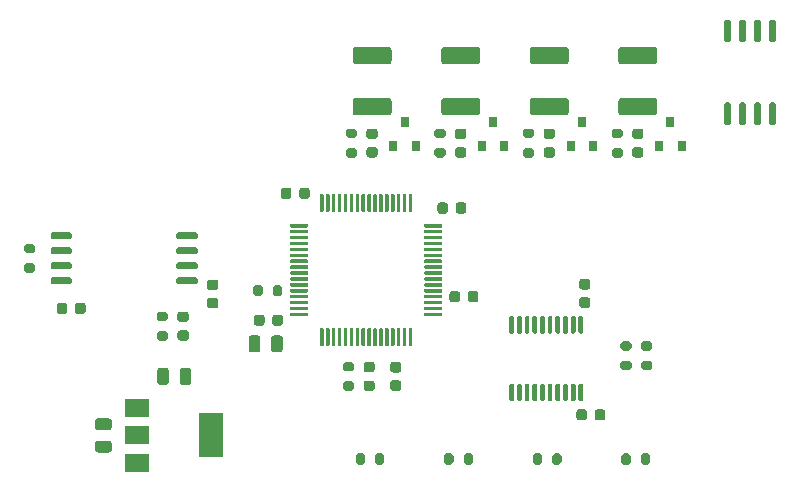
<source format=gbr>
%TF.GenerationSoftware,KiCad,Pcbnew,5.1.10*%
%TF.CreationDate,2021-06-13T22:55:49-04:00*%
%TF.ProjectId,led-controller,6c65642d-636f-46e7-9472-6f6c6c65722e,v1.0*%
%TF.SameCoordinates,Original*%
%TF.FileFunction,Paste,Top*%
%TF.FilePolarity,Positive*%
%FSLAX46Y46*%
G04 Gerber Fmt 4.6, Leading zero omitted, Abs format (unit mm)*
G04 Created by KiCad (PCBNEW 5.1.10) date 2021-06-13 22:55:49*
%MOMM*%
%LPD*%
G01*
G04 APERTURE LIST*
%ADD10R,2.000000X3.800000*%
%ADD11R,2.000000X1.500000*%
%ADD12R,0.800000X0.900000*%
G04 APERTURE END LIST*
D10*
%TO.C,U2*%
X128400000Y-95000000D03*
D11*
X122100000Y-95000000D03*
X122100000Y-97300000D03*
X122100000Y-92700000D03*
%TD*%
%TO.C,C1*%
G36*
G01*
X134450000Y-86775000D02*
X134450000Y-87725000D01*
G75*
G02*
X134200000Y-87975000I-250000J0D01*
G01*
X133700000Y-87975000D01*
G75*
G02*
X133450000Y-87725000I0J250000D01*
G01*
X133450000Y-86775000D01*
G75*
G02*
X133700000Y-86525000I250000J0D01*
G01*
X134200000Y-86525000D01*
G75*
G02*
X134450000Y-86775000I0J-250000D01*
G01*
G37*
G36*
G01*
X132550000Y-86775000D02*
X132550000Y-87725000D01*
G75*
G02*
X132300000Y-87975000I-250000J0D01*
G01*
X131800000Y-87975000D01*
G75*
G02*
X131550000Y-87725000I0J250000D01*
G01*
X131550000Y-86775000D01*
G75*
G02*
X131800000Y-86525000I250000J0D01*
G01*
X132300000Y-86525000D01*
G75*
G02*
X132550000Y-86775000I0J-250000D01*
G01*
G37*
%TD*%
%TO.C,C2*%
G36*
G01*
X143750000Y-88775000D02*
X144250000Y-88775000D01*
G75*
G02*
X144475000Y-89000000I0J-225000D01*
G01*
X144475000Y-89450000D01*
G75*
G02*
X144250000Y-89675000I-225000J0D01*
G01*
X143750000Y-89675000D01*
G75*
G02*
X143525000Y-89450000I0J225000D01*
G01*
X143525000Y-89000000D01*
G75*
G02*
X143750000Y-88775000I225000J0D01*
G01*
G37*
G36*
G01*
X143750000Y-90325000D02*
X144250000Y-90325000D01*
G75*
G02*
X144475000Y-90550000I0J-225000D01*
G01*
X144475000Y-91000000D01*
G75*
G02*
X144250000Y-91225000I-225000J0D01*
G01*
X143750000Y-91225000D01*
G75*
G02*
X143525000Y-91000000I0J225000D01*
G01*
X143525000Y-90550000D01*
G75*
G02*
X143750000Y-90325000I225000J0D01*
G01*
G37*
%TD*%
%TO.C,C3*%
G36*
G01*
X150100000Y-83500000D02*
X150100000Y-83000000D01*
G75*
G02*
X150325000Y-82775000I225000J0D01*
G01*
X150775000Y-82775000D01*
G75*
G02*
X151000000Y-83000000I0J-225000D01*
G01*
X151000000Y-83500000D01*
G75*
G02*
X150775000Y-83725000I-225000J0D01*
G01*
X150325000Y-83725000D01*
G75*
G02*
X150100000Y-83500000I0J225000D01*
G01*
G37*
G36*
G01*
X148550000Y-83500000D02*
X148550000Y-83000000D01*
G75*
G02*
X148775000Y-82775000I225000J0D01*
G01*
X149225000Y-82775000D01*
G75*
G02*
X149450000Y-83000000I0J-225000D01*
G01*
X149450000Y-83500000D01*
G75*
G02*
X149225000Y-83725000I-225000J0D01*
G01*
X148775000Y-83725000D01*
G75*
G02*
X148550000Y-83500000I0J225000D01*
G01*
G37*
%TD*%
%TO.C,C4*%
G36*
G01*
X118775000Y-95450000D02*
X119725000Y-95450000D01*
G75*
G02*
X119975000Y-95700000I0J-250000D01*
G01*
X119975000Y-96200000D01*
G75*
G02*
X119725000Y-96450000I-250000J0D01*
G01*
X118775000Y-96450000D01*
G75*
G02*
X118525000Y-96200000I0J250000D01*
G01*
X118525000Y-95700000D01*
G75*
G02*
X118775000Y-95450000I250000J0D01*
G01*
G37*
G36*
G01*
X118775000Y-93550000D02*
X119725000Y-93550000D01*
G75*
G02*
X119975000Y-93800000I0J-250000D01*
G01*
X119975000Y-94300000D01*
G75*
G02*
X119725000Y-94550000I-250000J0D01*
G01*
X118775000Y-94550000D01*
G75*
G02*
X118525000Y-94300000I0J250000D01*
G01*
X118525000Y-93800000D01*
G75*
G02*
X118775000Y-93550000I250000J0D01*
G01*
G37*
%TD*%
%TO.C,C5*%
G36*
G01*
X147525000Y-76000000D02*
X147525000Y-75500000D01*
G75*
G02*
X147750000Y-75275000I225000J0D01*
G01*
X148200000Y-75275000D01*
G75*
G02*
X148425000Y-75500000I0J-225000D01*
G01*
X148425000Y-76000000D01*
G75*
G02*
X148200000Y-76225000I-225000J0D01*
G01*
X147750000Y-76225000D01*
G75*
G02*
X147525000Y-76000000I0J225000D01*
G01*
G37*
G36*
G01*
X149075000Y-76000000D02*
X149075000Y-75500000D01*
G75*
G02*
X149300000Y-75275000I225000J0D01*
G01*
X149750000Y-75275000D01*
G75*
G02*
X149975000Y-75500000I0J-225000D01*
G01*
X149975000Y-76000000D01*
G75*
G02*
X149750000Y-76225000I-225000J0D01*
G01*
X149300000Y-76225000D01*
G75*
G02*
X149075000Y-76000000I0J225000D01*
G01*
G37*
%TD*%
%TO.C,C6*%
G36*
G01*
X135175000Y-74250000D02*
X135175000Y-74750000D01*
G75*
G02*
X134950000Y-74975000I-225000J0D01*
G01*
X134500000Y-74975000D01*
G75*
G02*
X134275000Y-74750000I0J225000D01*
G01*
X134275000Y-74250000D01*
G75*
G02*
X134500000Y-74025000I225000J0D01*
G01*
X134950000Y-74025000D01*
G75*
G02*
X135175000Y-74250000I0J-225000D01*
G01*
G37*
G36*
G01*
X136725000Y-74250000D02*
X136725000Y-74750000D01*
G75*
G02*
X136500000Y-74975000I-225000J0D01*
G01*
X136050000Y-74975000D01*
G75*
G02*
X135825000Y-74750000I0J225000D01*
G01*
X135825000Y-74250000D01*
G75*
G02*
X136050000Y-74025000I225000J0D01*
G01*
X136500000Y-74025000D01*
G75*
G02*
X136725000Y-74250000I0J-225000D01*
G01*
G37*
%TD*%
%TO.C,C7*%
G36*
G01*
X126700000Y-89525000D02*
X126700000Y-90475000D01*
G75*
G02*
X126450000Y-90725000I-250000J0D01*
G01*
X125950000Y-90725000D01*
G75*
G02*
X125700000Y-90475000I0J250000D01*
G01*
X125700000Y-89525000D01*
G75*
G02*
X125950000Y-89275000I250000J0D01*
G01*
X126450000Y-89275000D01*
G75*
G02*
X126700000Y-89525000I0J-250000D01*
G01*
G37*
G36*
G01*
X124800000Y-89525000D02*
X124800000Y-90475000D01*
G75*
G02*
X124550000Y-90725000I-250000J0D01*
G01*
X124050000Y-90725000D01*
G75*
G02*
X123800000Y-90475000I0J250000D01*
G01*
X123800000Y-89525000D01*
G75*
G02*
X124050000Y-89275000I250000J0D01*
G01*
X124550000Y-89275000D01*
G75*
G02*
X124800000Y-89525000I0J-250000D01*
G01*
G37*
%TD*%
%TO.C,C8*%
G36*
G01*
X134450000Y-85000000D02*
X134450000Y-85500000D01*
G75*
G02*
X134225000Y-85725000I-225000J0D01*
G01*
X133775000Y-85725000D01*
G75*
G02*
X133550000Y-85500000I0J225000D01*
G01*
X133550000Y-85000000D01*
G75*
G02*
X133775000Y-84775000I225000J0D01*
G01*
X134225000Y-84775000D01*
G75*
G02*
X134450000Y-85000000I0J-225000D01*
G01*
G37*
G36*
G01*
X132900000Y-85000000D02*
X132900000Y-85500000D01*
G75*
G02*
X132675000Y-85725000I-225000J0D01*
G01*
X132225000Y-85725000D01*
G75*
G02*
X132000000Y-85500000I0J225000D01*
G01*
X132000000Y-85000000D01*
G75*
G02*
X132225000Y-84775000I225000J0D01*
G01*
X132675000Y-84775000D01*
G75*
G02*
X132900000Y-85000000I0J-225000D01*
G01*
G37*
%TD*%
%TO.C,C9*%
G36*
G01*
X160250000Y-84200000D02*
X159750000Y-84200000D01*
G75*
G02*
X159525000Y-83975000I0J225000D01*
G01*
X159525000Y-83525000D01*
G75*
G02*
X159750000Y-83300000I225000J0D01*
G01*
X160250000Y-83300000D01*
G75*
G02*
X160475000Y-83525000I0J-225000D01*
G01*
X160475000Y-83975000D01*
G75*
G02*
X160250000Y-84200000I-225000J0D01*
G01*
G37*
G36*
G01*
X160250000Y-82650000D02*
X159750000Y-82650000D01*
G75*
G02*
X159525000Y-82425000I0J225000D01*
G01*
X159525000Y-81975000D01*
G75*
G02*
X159750000Y-81750000I225000J0D01*
G01*
X160250000Y-81750000D01*
G75*
G02*
X160475000Y-81975000I0J-225000D01*
G01*
X160475000Y-82425000D01*
G75*
G02*
X160250000Y-82650000I-225000J0D01*
G01*
G37*
%TD*%
%TO.C,C10*%
G36*
G01*
X160850000Y-93500000D02*
X160850000Y-93000000D01*
G75*
G02*
X161075000Y-92775000I225000J0D01*
G01*
X161525000Y-92775000D01*
G75*
G02*
X161750000Y-93000000I0J-225000D01*
G01*
X161750000Y-93500000D01*
G75*
G02*
X161525000Y-93725000I-225000J0D01*
G01*
X161075000Y-93725000D01*
G75*
G02*
X160850000Y-93500000I0J225000D01*
G01*
G37*
G36*
G01*
X159300000Y-93500000D02*
X159300000Y-93000000D01*
G75*
G02*
X159525000Y-92775000I225000J0D01*
G01*
X159975000Y-92775000D01*
G75*
G02*
X160200000Y-93000000I0J-225000D01*
G01*
X160200000Y-93500000D01*
G75*
G02*
X159975000Y-93725000I-225000J0D01*
G01*
X159525000Y-93725000D01*
G75*
G02*
X159300000Y-93500000I0J225000D01*
G01*
G37*
%TD*%
%TO.C,C11*%
G36*
G01*
X128250000Y-83350000D02*
X128750000Y-83350000D01*
G75*
G02*
X128975000Y-83575000I0J-225000D01*
G01*
X128975000Y-84025000D01*
G75*
G02*
X128750000Y-84250000I-225000J0D01*
G01*
X128250000Y-84250000D01*
G75*
G02*
X128025000Y-84025000I0J225000D01*
G01*
X128025000Y-83575000D01*
G75*
G02*
X128250000Y-83350000I225000J0D01*
G01*
G37*
G36*
G01*
X128250000Y-81800000D02*
X128750000Y-81800000D01*
G75*
G02*
X128975000Y-82025000I0J-225000D01*
G01*
X128975000Y-82475000D01*
G75*
G02*
X128750000Y-82700000I-225000J0D01*
G01*
X128250000Y-82700000D01*
G75*
G02*
X128025000Y-82475000I0J225000D01*
G01*
X128025000Y-82025000D01*
G75*
G02*
X128250000Y-81800000I225000J0D01*
G01*
G37*
%TD*%
%TO.C,C12*%
G36*
G01*
X115300000Y-84500000D02*
X115300000Y-84000000D01*
G75*
G02*
X115525000Y-83775000I225000J0D01*
G01*
X115975000Y-83775000D01*
G75*
G02*
X116200000Y-84000000I0J-225000D01*
G01*
X116200000Y-84500000D01*
G75*
G02*
X115975000Y-84725000I-225000J0D01*
G01*
X115525000Y-84725000D01*
G75*
G02*
X115300000Y-84500000I0J225000D01*
G01*
G37*
G36*
G01*
X116850000Y-84500000D02*
X116850000Y-84000000D01*
G75*
G02*
X117075000Y-83775000I225000J0D01*
G01*
X117525000Y-83775000D01*
G75*
G02*
X117750000Y-84000000I0J-225000D01*
G01*
X117750000Y-84500000D01*
G75*
G02*
X117525000Y-84725000I-225000J0D01*
G01*
X117075000Y-84725000D01*
G75*
G02*
X116850000Y-84500000I0J225000D01*
G01*
G37*
%TD*%
%TO.C,D1*%
G36*
G01*
X142006250Y-89650000D02*
X141493750Y-89650000D01*
G75*
G02*
X141275000Y-89431250I0J218750D01*
G01*
X141275000Y-88993750D01*
G75*
G02*
X141493750Y-88775000I218750J0D01*
G01*
X142006250Y-88775000D01*
G75*
G02*
X142225000Y-88993750I0J-218750D01*
G01*
X142225000Y-89431250D01*
G75*
G02*
X142006250Y-89650000I-218750J0D01*
G01*
G37*
G36*
G01*
X142006250Y-91225000D02*
X141493750Y-91225000D01*
G75*
G02*
X141275000Y-91006250I0J218750D01*
G01*
X141275000Y-90568750D01*
G75*
G02*
X141493750Y-90350000I218750J0D01*
G01*
X142006250Y-90350000D01*
G75*
G02*
X142225000Y-90568750I0J-218750D01*
G01*
X142225000Y-91006250D01*
G75*
G02*
X142006250Y-91225000I-218750J0D01*
G01*
G37*
%TD*%
%TO.C,D2*%
G36*
G01*
X125743750Y-86100000D02*
X126256250Y-86100000D01*
G75*
G02*
X126475000Y-86318750I0J-218750D01*
G01*
X126475000Y-86756250D01*
G75*
G02*
X126256250Y-86975000I-218750J0D01*
G01*
X125743750Y-86975000D01*
G75*
G02*
X125525000Y-86756250I0J218750D01*
G01*
X125525000Y-86318750D01*
G75*
G02*
X125743750Y-86100000I218750J0D01*
G01*
G37*
G36*
G01*
X125743750Y-84525000D02*
X126256250Y-84525000D01*
G75*
G02*
X126475000Y-84743750I0J-218750D01*
G01*
X126475000Y-85181250D01*
G75*
G02*
X126256250Y-85400000I-218750J0D01*
G01*
X125743750Y-85400000D01*
G75*
G02*
X125525000Y-85181250I0J218750D01*
G01*
X125525000Y-84743750D01*
G75*
G02*
X125743750Y-84525000I218750J0D01*
G01*
G37*
%TD*%
%TO.C,D3*%
G36*
G01*
X175755000Y-59800000D02*
X176055000Y-59800000D01*
G75*
G02*
X176205000Y-59950000I0J-150000D01*
G01*
X176205000Y-61550000D01*
G75*
G02*
X176055000Y-61700000I-150000J0D01*
G01*
X175755000Y-61700000D01*
G75*
G02*
X175605000Y-61550000I0J150000D01*
G01*
X175605000Y-59950000D01*
G75*
G02*
X175755000Y-59800000I150000J0D01*
G01*
G37*
G36*
G01*
X174485000Y-59800000D02*
X174785000Y-59800000D01*
G75*
G02*
X174935000Y-59950000I0J-150000D01*
G01*
X174935000Y-61550000D01*
G75*
G02*
X174785000Y-61700000I-150000J0D01*
G01*
X174485000Y-61700000D01*
G75*
G02*
X174335000Y-61550000I0J150000D01*
G01*
X174335000Y-59950000D01*
G75*
G02*
X174485000Y-59800000I150000J0D01*
G01*
G37*
G36*
G01*
X173215000Y-59800000D02*
X173515000Y-59800000D01*
G75*
G02*
X173665000Y-59950000I0J-150000D01*
G01*
X173665000Y-61550000D01*
G75*
G02*
X173515000Y-61700000I-150000J0D01*
G01*
X173215000Y-61700000D01*
G75*
G02*
X173065000Y-61550000I0J150000D01*
G01*
X173065000Y-59950000D01*
G75*
G02*
X173215000Y-59800000I150000J0D01*
G01*
G37*
G36*
G01*
X171945000Y-59800000D02*
X172245000Y-59800000D01*
G75*
G02*
X172395000Y-59950000I0J-150000D01*
G01*
X172395000Y-61550000D01*
G75*
G02*
X172245000Y-61700000I-150000J0D01*
G01*
X171945000Y-61700000D01*
G75*
G02*
X171795000Y-61550000I0J150000D01*
G01*
X171795000Y-59950000D01*
G75*
G02*
X171945000Y-59800000I150000J0D01*
G01*
G37*
G36*
G01*
X171945000Y-66800000D02*
X172245000Y-66800000D01*
G75*
G02*
X172395000Y-66950000I0J-150000D01*
G01*
X172395000Y-68550000D01*
G75*
G02*
X172245000Y-68700000I-150000J0D01*
G01*
X171945000Y-68700000D01*
G75*
G02*
X171795000Y-68550000I0J150000D01*
G01*
X171795000Y-66950000D01*
G75*
G02*
X171945000Y-66800000I150000J0D01*
G01*
G37*
G36*
G01*
X173215000Y-66800000D02*
X173515000Y-66800000D01*
G75*
G02*
X173665000Y-66950000I0J-150000D01*
G01*
X173665000Y-68550000D01*
G75*
G02*
X173515000Y-68700000I-150000J0D01*
G01*
X173215000Y-68700000D01*
G75*
G02*
X173065000Y-68550000I0J150000D01*
G01*
X173065000Y-66950000D01*
G75*
G02*
X173215000Y-66800000I150000J0D01*
G01*
G37*
G36*
G01*
X174485000Y-66800000D02*
X174785000Y-66800000D01*
G75*
G02*
X174935000Y-66950000I0J-150000D01*
G01*
X174935000Y-68550000D01*
G75*
G02*
X174785000Y-68700000I-150000J0D01*
G01*
X174485000Y-68700000D01*
G75*
G02*
X174335000Y-68550000I0J150000D01*
G01*
X174335000Y-66950000D01*
G75*
G02*
X174485000Y-66800000I150000J0D01*
G01*
G37*
G36*
G01*
X175755000Y-66800000D02*
X176055000Y-66800000D01*
G75*
G02*
X176205000Y-66950000I0J-150000D01*
G01*
X176205000Y-68550000D01*
G75*
G02*
X176055000Y-68700000I-150000J0D01*
G01*
X175755000Y-68700000D01*
G75*
G02*
X175605000Y-68550000I0J150000D01*
G01*
X175605000Y-66950000D01*
G75*
G02*
X175755000Y-66800000I150000J0D01*
G01*
G37*
%TD*%
%TO.C,D4*%
G36*
G01*
X164243750Y-70600000D02*
X164756250Y-70600000D01*
G75*
G02*
X164975000Y-70818750I0J-218750D01*
G01*
X164975000Y-71256250D01*
G75*
G02*
X164756250Y-71475000I-218750J0D01*
G01*
X164243750Y-71475000D01*
G75*
G02*
X164025000Y-71256250I0J218750D01*
G01*
X164025000Y-70818750D01*
G75*
G02*
X164243750Y-70600000I218750J0D01*
G01*
G37*
G36*
G01*
X164243750Y-69025000D02*
X164756250Y-69025000D01*
G75*
G02*
X164975000Y-69243750I0J-218750D01*
G01*
X164975000Y-69681250D01*
G75*
G02*
X164756250Y-69900000I-218750J0D01*
G01*
X164243750Y-69900000D01*
G75*
G02*
X164025000Y-69681250I0J218750D01*
G01*
X164025000Y-69243750D01*
G75*
G02*
X164243750Y-69025000I218750J0D01*
G01*
G37*
%TD*%
%TO.C,D5*%
G36*
G01*
X156743750Y-69025000D02*
X157256250Y-69025000D01*
G75*
G02*
X157475000Y-69243750I0J-218750D01*
G01*
X157475000Y-69681250D01*
G75*
G02*
X157256250Y-69900000I-218750J0D01*
G01*
X156743750Y-69900000D01*
G75*
G02*
X156525000Y-69681250I0J218750D01*
G01*
X156525000Y-69243750D01*
G75*
G02*
X156743750Y-69025000I218750J0D01*
G01*
G37*
G36*
G01*
X156743750Y-70600000D02*
X157256250Y-70600000D01*
G75*
G02*
X157475000Y-70818750I0J-218750D01*
G01*
X157475000Y-71256250D01*
G75*
G02*
X157256250Y-71475000I-218750J0D01*
G01*
X156743750Y-71475000D01*
G75*
G02*
X156525000Y-71256250I0J218750D01*
G01*
X156525000Y-70818750D01*
G75*
G02*
X156743750Y-70600000I218750J0D01*
G01*
G37*
%TD*%
%TO.C,D6*%
G36*
G01*
X149243750Y-69025000D02*
X149756250Y-69025000D01*
G75*
G02*
X149975000Y-69243750I0J-218750D01*
G01*
X149975000Y-69681250D01*
G75*
G02*
X149756250Y-69900000I-218750J0D01*
G01*
X149243750Y-69900000D01*
G75*
G02*
X149025000Y-69681250I0J218750D01*
G01*
X149025000Y-69243750D01*
G75*
G02*
X149243750Y-69025000I218750J0D01*
G01*
G37*
G36*
G01*
X149243750Y-70600000D02*
X149756250Y-70600000D01*
G75*
G02*
X149975000Y-70818750I0J-218750D01*
G01*
X149975000Y-71256250D01*
G75*
G02*
X149756250Y-71475000I-218750J0D01*
G01*
X149243750Y-71475000D01*
G75*
G02*
X149025000Y-71256250I0J218750D01*
G01*
X149025000Y-70818750D01*
G75*
G02*
X149243750Y-70600000I218750J0D01*
G01*
G37*
%TD*%
%TO.C,D7*%
G36*
G01*
X141743750Y-69025000D02*
X142256250Y-69025000D01*
G75*
G02*
X142475000Y-69243750I0J-218750D01*
G01*
X142475000Y-69681250D01*
G75*
G02*
X142256250Y-69900000I-218750J0D01*
G01*
X141743750Y-69900000D01*
G75*
G02*
X141525000Y-69681250I0J218750D01*
G01*
X141525000Y-69243750D01*
G75*
G02*
X141743750Y-69025000I218750J0D01*
G01*
G37*
G36*
G01*
X141743750Y-70600000D02*
X142256250Y-70600000D01*
G75*
G02*
X142475000Y-70818750I0J-218750D01*
G01*
X142475000Y-71256250D01*
G75*
G02*
X142256250Y-71475000I-218750J0D01*
G01*
X141743750Y-71475000D01*
G75*
G02*
X141525000Y-71256250I0J218750D01*
G01*
X141525000Y-70818750D01*
G75*
G02*
X141743750Y-70600000I218750J0D01*
G01*
G37*
%TD*%
D12*
%TO.C,Q1*%
X166300000Y-70500000D03*
X168200000Y-70500000D03*
X167250000Y-68500000D03*
%TD*%
%TO.C,Q2*%
X159750000Y-68500000D03*
X160700000Y-70500000D03*
X158800000Y-70500000D03*
%TD*%
%TO.C,Q3*%
X151300000Y-70500000D03*
X153200000Y-70500000D03*
X152250000Y-68500000D03*
%TD*%
%TO.C,Q4*%
X144750000Y-68500000D03*
X145700000Y-70500000D03*
X143800000Y-70500000D03*
%TD*%
%TO.C,R1*%
G36*
G01*
X139725000Y-88775000D02*
X140275000Y-88775000D01*
G75*
G02*
X140475000Y-88975000I0J-200000D01*
G01*
X140475000Y-89375000D01*
G75*
G02*
X140275000Y-89575000I-200000J0D01*
G01*
X139725000Y-89575000D01*
G75*
G02*
X139525000Y-89375000I0J200000D01*
G01*
X139525000Y-88975000D01*
G75*
G02*
X139725000Y-88775000I200000J0D01*
G01*
G37*
G36*
G01*
X139725000Y-90425000D02*
X140275000Y-90425000D01*
G75*
G02*
X140475000Y-90625000I0J-200000D01*
G01*
X140475000Y-91025000D01*
G75*
G02*
X140275000Y-91225000I-200000J0D01*
G01*
X139725000Y-91225000D01*
G75*
G02*
X139525000Y-91025000I0J200000D01*
G01*
X139525000Y-90625000D01*
G75*
G02*
X139725000Y-90425000I200000J0D01*
G01*
G37*
%TD*%
%TO.C,R2*%
G36*
G01*
X132750000Y-82475000D02*
X132750000Y-83025000D01*
G75*
G02*
X132550000Y-83225000I-200000J0D01*
G01*
X132150000Y-83225000D01*
G75*
G02*
X131950000Y-83025000I0J200000D01*
G01*
X131950000Y-82475000D01*
G75*
G02*
X132150000Y-82275000I200000J0D01*
G01*
X132550000Y-82275000D01*
G75*
G02*
X132750000Y-82475000I0J-200000D01*
G01*
G37*
G36*
G01*
X134400000Y-82475000D02*
X134400000Y-83025000D01*
G75*
G02*
X134200000Y-83225000I-200000J0D01*
G01*
X133800000Y-83225000D01*
G75*
G02*
X133600000Y-83025000I0J200000D01*
G01*
X133600000Y-82475000D01*
G75*
G02*
X133800000Y-82275000I200000J0D01*
G01*
X134200000Y-82275000D01*
G75*
G02*
X134400000Y-82475000I0J-200000D01*
G01*
G37*
%TD*%
%TO.C,R3*%
G36*
G01*
X124525000Y-85325000D02*
X123975000Y-85325000D01*
G75*
G02*
X123775000Y-85125000I0J200000D01*
G01*
X123775000Y-84725000D01*
G75*
G02*
X123975000Y-84525000I200000J0D01*
G01*
X124525000Y-84525000D01*
G75*
G02*
X124725000Y-84725000I0J-200000D01*
G01*
X124725000Y-85125000D01*
G75*
G02*
X124525000Y-85325000I-200000J0D01*
G01*
G37*
G36*
G01*
X124525000Y-86975000D02*
X123975000Y-86975000D01*
G75*
G02*
X123775000Y-86775000I0J200000D01*
G01*
X123775000Y-86375000D01*
G75*
G02*
X123975000Y-86175000I200000J0D01*
G01*
X124525000Y-86175000D01*
G75*
G02*
X124725000Y-86375000I0J-200000D01*
G01*
X124725000Y-86775000D01*
G75*
G02*
X124525000Y-86975000I-200000J0D01*
G01*
G37*
%TD*%
%TO.C,R4*%
G36*
G01*
X163025000Y-69825000D02*
X162475000Y-69825000D01*
G75*
G02*
X162275000Y-69625000I0J200000D01*
G01*
X162275000Y-69225000D01*
G75*
G02*
X162475000Y-69025000I200000J0D01*
G01*
X163025000Y-69025000D01*
G75*
G02*
X163225000Y-69225000I0J-200000D01*
G01*
X163225000Y-69625000D01*
G75*
G02*
X163025000Y-69825000I-200000J0D01*
G01*
G37*
G36*
G01*
X163025000Y-71475000D02*
X162475000Y-71475000D01*
G75*
G02*
X162275000Y-71275000I0J200000D01*
G01*
X162275000Y-70875000D01*
G75*
G02*
X162475000Y-70675000I200000J0D01*
G01*
X163025000Y-70675000D01*
G75*
G02*
X163225000Y-70875000I0J-200000D01*
G01*
X163225000Y-71275000D01*
G75*
G02*
X163025000Y-71475000I-200000J0D01*
G01*
G37*
%TD*%
%TO.C,R5*%
G36*
G01*
X155525000Y-69825000D02*
X154975000Y-69825000D01*
G75*
G02*
X154775000Y-69625000I0J200000D01*
G01*
X154775000Y-69225000D01*
G75*
G02*
X154975000Y-69025000I200000J0D01*
G01*
X155525000Y-69025000D01*
G75*
G02*
X155725000Y-69225000I0J-200000D01*
G01*
X155725000Y-69625000D01*
G75*
G02*
X155525000Y-69825000I-200000J0D01*
G01*
G37*
G36*
G01*
X155525000Y-71475000D02*
X154975000Y-71475000D01*
G75*
G02*
X154775000Y-71275000I0J200000D01*
G01*
X154775000Y-70875000D01*
G75*
G02*
X154975000Y-70675000I200000J0D01*
G01*
X155525000Y-70675000D01*
G75*
G02*
X155725000Y-70875000I0J-200000D01*
G01*
X155725000Y-71275000D01*
G75*
G02*
X155525000Y-71475000I-200000J0D01*
G01*
G37*
%TD*%
%TO.C,R6*%
G36*
G01*
X148025000Y-71475000D02*
X147475000Y-71475000D01*
G75*
G02*
X147275000Y-71275000I0J200000D01*
G01*
X147275000Y-70875000D01*
G75*
G02*
X147475000Y-70675000I200000J0D01*
G01*
X148025000Y-70675000D01*
G75*
G02*
X148225000Y-70875000I0J-200000D01*
G01*
X148225000Y-71275000D01*
G75*
G02*
X148025000Y-71475000I-200000J0D01*
G01*
G37*
G36*
G01*
X148025000Y-69825000D02*
X147475000Y-69825000D01*
G75*
G02*
X147275000Y-69625000I0J200000D01*
G01*
X147275000Y-69225000D01*
G75*
G02*
X147475000Y-69025000I200000J0D01*
G01*
X148025000Y-69025000D01*
G75*
G02*
X148225000Y-69225000I0J-200000D01*
G01*
X148225000Y-69625000D01*
G75*
G02*
X148025000Y-69825000I-200000J0D01*
G01*
G37*
%TD*%
%TO.C,R7*%
G36*
G01*
X140525000Y-71475000D02*
X139975000Y-71475000D01*
G75*
G02*
X139775000Y-71275000I0J200000D01*
G01*
X139775000Y-70875000D01*
G75*
G02*
X139975000Y-70675000I200000J0D01*
G01*
X140525000Y-70675000D01*
G75*
G02*
X140725000Y-70875000I0J-200000D01*
G01*
X140725000Y-71275000D01*
G75*
G02*
X140525000Y-71475000I-200000J0D01*
G01*
G37*
G36*
G01*
X140525000Y-69825000D02*
X139975000Y-69825000D01*
G75*
G02*
X139775000Y-69625000I0J200000D01*
G01*
X139775000Y-69225000D01*
G75*
G02*
X139975000Y-69025000I200000J0D01*
G01*
X140525000Y-69025000D01*
G75*
G02*
X140725000Y-69225000I0J-200000D01*
G01*
X140725000Y-69625000D01*
G75*
G02*
X140525000Y-69825000I-200000J0D01*
G01*
G37*
%TD*%
%TO.C,R8*%
G36*
G01*
X142250000Y-97275000D02*
X142250000Y-96725000D01*
G75*
G02*
X142450000Y-96525000I200000J0D01*
G01*
X142850000Y-96525000D01*
G75*
G02*
X143050000Y-96725000I0J-200000D01*
G01*
X143050000Y-97275000D01*
G75*
G02*
X142850000Y-97475000I-200000J0D01*
G01*
X142450000Y-97475000D01*
G75*
G02*
X142250000Y-97275000I0J200000D01*
G01*
G37*
G36*
G01*
X140600000Y-97275000D02*
X140600000Y-96725000D01*
G75*
G02*
X140800000Y-96525000I200000J0D01*
G01*
X141200000Y-96525000D01*
G75*
G02*
X141400000Y-96725000I0J-200000D01*
G01*
X141400000Y-97275000D01*
G75*
G02*
X141200000Y-97475000I-200000J0D01*
G01*
X140800000Y-97475000D01*
G75*
G02*
X140600000Y-97275000I0J200000D01*
G01*
G37*
%TD*%
%TO.C,R9*%
G36*
G01*
X149750000Y-97275000D02*
X149750000Y-96725000D01*
G75*
G02*
X149950000Y-96525000I200000J0D01*
G01*
X150350000Y-96525000D01*
G75*
G02*
X150550000Y-96725000I0J-200000D01*
G01*
X150550000Y-97275000D01*
G75*
G02*
X150350000Y-97475000I-200000J0D01*
G01*
X149950000Y-97475000D01*
G75*
G02*
X149750000Y-97275000I0J200000D01*
G01*
G37*
G36*
G01*
X148100000Y-97275000D02*
X148100000Y-96725000D01*
G75*
G02*
X148300000Y-96525000I200000J0D01*
G01*
X148700000Y-96525000D01*
G75*
G02*
X148900000Y-96725000I0J-200000D01*
G01*
X148900000Y-97275000D01*
G75*
G02*
X148700000Y-97475000I-200000J0D01*
G01*
X148300000Y-97475000D01*
G75*
G02*
X148100000Y-97275000I0J200000D01*
G01*
G37*
%TD*%
%TO.C,R10*%
G36*
G01*
X155600000Y-97275000D02*
X155600000Y-96725000D01*
G75*
G02*
X155800000Y-96525000I200000J0D01*
G01*
X156200000Y-96525000D01*
G75*
G02*
X156400000Y-96725000I0J-200000D01*
G01*
X156400000Y-97275000D01*
G75*
G02*
X156200000Y-97475000I-200000J0D01*
G01*
X155800000Y-97475000D01*
G75*
G02*
X155600000Y-97275000I0J200000D01*
G01*
G37*
G36*
G01*
X157250000Y-97275000D02*
X157250000Y-96725000D01*
G75*
G02*
X157450000Y-96525000I200000J0D01*
G01*
X157850000Y-96525000D01*
G75*
G02*
X158050000Y-96725000I0J-200000D01*
G01*
X158050000Y-97275000D01*
G75*
G02*
X157850000Y-97475000I-200000J0D01*
G01*
X157450000Y-97475000D01*
G75*
G02*
X157250000Y-97275000I0J200000D01*
G01*
G37*
%TD*%
%TO.C,R11*%
G36*
G01*
X163100000Y-97275000D02*
X163100000Y-96725000D01*
G75*
G02*
X163300000Y-96525000I200000J0D01*
G01*
X163700000Y-96525000D01*
G75*
G02*
X163900000Y-96725000I0J-200000D01*
G01*
X163900000Y-97275000D01*
G75*
G02*
X163700000Y-97475000I-200000J0D01*
G01*
X163300000Y-97475000D01*
G75*
G02*
X163100000Y-97275000I0J200000D01*
G01*
G37*
G36*
G01*
X164750000Y-97275000D02*
X164750000Y-96725000D01*
G75*
G02*
X164950000Y-96525000I200000J0D01*
G01*
X165350000Y-96525000D01*
G75*
G02*
X165550000Y-96725000I0J-200000D01*
G01*
X165550000Y-97275000D01*
G75*
G02*
X165350000Y-97475000I-200000J0D01*
G01*
X164950000Y-97475000D01*
G75*
G02*
X164750000Y-97275000I0J200000D01*
G01*
G37*
%TD*%
%TO.C,R12*%
G36*
G01*
X113275000Y-81225000D02*
X112725000Y-81225000D01*
G75*
G02*
X112525000Y-81025000I0J200000D01*
G01*
X112525000Y-80625000D01*
G75*
G02*
X112725000Y-80425000I200000J0D01*
G01*
X113275000Y-80425000D01*
G75*
G02*
X113475000Y-80625000I0J-200000D01*
G01*
X113475000Y-81025000D01*
G75*
G02*
X113275000Y-81225000I-200000J0D01*
G01*
G37*
G36*
G01*
X113275000Y-79575000D02*
X112725000Y-79575000D01*
G75*
G02*
X112525000Y-79375000I0J200000D01*
G01*
X112525000Y-78975000D01*
G75*
G02*
X112725000Y-78775000I200000J0D01*
G01*
X113275000Y-78775000D01*
G75*
G02*
X113475000Y-78975000I0J-200000D01*
G01*
X113475000Y-79375000D01*
G75*
G02*
X113275000Y-79575000I-200000J0D01*
G01*
G37*
%TD*%
%TO.C,R13*%
G36*
G01*
X163225000Y-87025000D02*
X163775000Y-87025000D01*
G75*
G02*
X163975000Y-87225000I0J-200000D01*
G01*
X163975000Y-87625000D01*
G75*
G02*
X163775000Y-87825000I-200000J0D01*
G01*
X163225000Y-87825000D01*
G75*
G02*
X163025000Y-87625000I0J200000D01*
G01*
X163025000Y-87225000D01*
G75*
G02*
X163225000Y-87025000I200000J0D01*
G01*
G37*
G36*
G01*
X163225000Y-88675000D02*
X163775000Y-88675000D01*
G75*
G02*
X163975000Y-88875000I0J-200000D01*
G01*
X163975000Y-89275000D01*
G75*
G02*
X163775000Y-89475000I-200000J0D01*
G01*
X163225000Y-89475000D01*
G75*
G02*
X163025000Y-89275000I0J200000D01*
G01*
X163025000Y-88875000D01*
G75*
G02*
X163225000Y-88675000I200000J0D01*
G01*
G37*
%TD*%
%TO.C,R14*%
G36*
G01*
X164975000Y-88675000D02*
X165525000Y-88675000D01*
G75*
G02*
X165725000Y-88875000I0J-200000D01*
G01*
X165725000Y-89275000D01*
G75*
G02*
X165525000Y-89475000I-200000J0D01*
G01*
X164975000Y-89475000D01*
G75*
G02*
X164775000Y-89275000I0J200000D01*
G01*
X164775000Y-88875000D01*
G75*
G02*
X164975000Y-88675000I200000J0D01*
G01*
G37*
G36*
G01*
X164975000Y-87025000D02*
X165525000Y-87025000D01*
G75*
G02*
X165725000Y-87225000I0J-200000D01*
G01*
X165725000Y-87625000D01*
G75*
G02*
X165525000Y-87825000I-200000J0D01*
G01*
X164975000Y-87825000D01*
G75*
G02*
X164775000Y-87625000I0J200000D01*
G01*
X164775000Y-87225000D01*
G75*
G02*
X164975000Y-87025000I200000J0D01*
G01*
G37*
%TD*%
%TO.C,U1*%
G36*
G01*
X137825000Y-87450000D02*
X137675000Y-87450000D01*
G75*
G02*
X137600000Y-87375000I0J75000D01*
G01*
X137600000Y-85975000D01*
G75*
G02*
X137675000Y-85900000I75000J0D01*
G01*
X137825000Y-85900000D01*
G75*
G02*
X137900000Y-85975000I0J-75000D01*
G01*
X137900000Y-87375000D01*
G75*
G02*
X137825000Y-87450000I-75000J0D01*
G01*
G37*
G36*
G01*
X138325000Y-87450000D02*
X138175000Y-87450000D01*
G75*
G02*
X138100000Y-87375000I0J75000D01*
G01*
X138100000Y-85975000D01*
G75*
G02*
X138175000Y-85900000I75000J0D01*
G01*
X138325000Y-85900000D01*
G75*
G02*
X138400000Y-85975000I0J-75000D01*
G01*
X138400000Y-87375000D01*
G75*
G02*
X138325000Y-87450000I-75000J0D01*
G01*
G37*
G36*
G01*
X138825000Y-87450000D02*
X138675000Y-87450000D01*
G75*
G02*
X138600000Y-87375000I0J75000D01*
G01*
X138600000Y-85975000D01*
G75*
G02*
X138675000Y-85900000I75000J0D01*
G01*
X138825000Y-85900000D01*
G75*
G02*
X138900000Y-85975000I0J-75000D01*
G01*
X138900000Y-87375000D01*
G75*
G02*
X138825000Y-87450000I-75000J0D01*
G01*
G37*
G36*
G01*
X139325000Y-87450000D02*
X139175000Y-87450000D01*
G75*
G02*
X139100000Y-87375000I0J75000D01*
G01*
X139100000Y-85975000D01*
G75*
G02*
X139175000Y-85900000I75000J0D01*
G01*
X139325000Y-85900000D01*
G75*
G02*
X139400000Y-85975000I0J-75000D01*
G01*
X139400000Y-87375000D01*
G75*
G02*
X139325000Y-87450000I-75000J0D01*
G01*
G37*
G36*
G01*
X139825000Y-87450000D02*
X139675000Y-87450000D01*
G75*
G02*
X139600000Y-87375000I0J75000D01*
G01*
X139600000Y-85975000D01*
G75*
G02*
X139675000Y-85900000I75000J0D01*
G01*
X139825000Y-85900000D01*
G75*
G02*
X139900000Y-85975000I0J-75000D01*
G01*
X139900000Y-87375000D01*
G75*
G02*
X139825000Y-87450000I-75000J0D01*
G01*
G37*
G36*
G01*
X140325000Y-87450000D02*
X140175000Y-87450000D01*
G75*
G02*
X140100000Y-87375000I0J75000D01*
G01*
X140100000Y-85975000D01*
G75*
G02*
X140175000Y-85900000I75000J0D01*
G01*
X140325000Y-85900000D01*
G75*
G02*
X140400000Y-85975000I0J-75000D01*
G01*
X140400000Y-87375000D01*
G75*
G02*
X140325000Y-87450000I-75000J0D01*
G01*
G37*
G36*
G01*
X140825000Y-87450000D02*
X140675000Y-87450000D01*
G75*
G02*
X140600000Y-87375000I0J75000D01*
G01*
X140600000Y-85975000D01*
G75*
G02*
X140675000Y-85900000I75000J0D01*
G01*
X140825000Y-85900000D01*
G75*
G02*
X140900000Y-85975000I0J-75000D01*
G01*
X140900000Y-87375000D01*
G75*
G02*
X140825000Y-87450000I-75000J0D01*
G01*
G37*
G36*
G01*
X141325000Y-87450000D02*
X141175000Y-87450000D01*
G75*
G02*
X141100000Y-87375000I0J75000D01*
G01*
X141100000Y-85975000D01*
G75*
G02*
X141175000Y-85900000I75000J0D01*
G01*
X141325000Y-85900000D01*
G75*
G02*
X141400000Y-85975000I0J-75000D01*
G01*
X141400000Y-87375000D01*
G75*
G02*
X141325000Y-87450000I-75000J0D01*
G01*
G37*
G36*
G01*
X141825000Y-87450000D02*
X141675000Y-87450000D01*
G75*
G02*
X141600000Y-87375000I0J75000D01*
G01*
X141600000Y-85975000D01*
G75*
G02*
X141675000Y-85900000I75000J0D01*
G01*
X141825000Y-85900000D01*
G75*
G02*
X141900000Y-85975000I0J-75000D01*
G01*
X141900000Y-87375000D01*
G75*
G02*
X141825000Y-87450000I-75000J0D01*
G01*
G37*
G36*
G01*
X142325000Y-87450000D02*
X142175000Y-87450000D01*
G75*
G02*
X142100000Y-87375000I0J75000D01*
G01*
X142100000Y-85975000D01*
G75*
G02*
X142175000Y-85900000I75000J0D01*
G01*
X142325000Y-85900000D01*
G75*
G02*
X142400000Y-85975000I0J-75000D01*
G01*
X142400000Y-87375000D01*
G75*
G02*
X142325000Y-87450000I-75000J0D01*
G01*
G37*
G36*
G01*
X142825000Y-87450000D02*
X142675000Y-87450000D01*
G75*
G02*
X142600000Y-87375000I0J75000D01*
G01*
X142600000Y-85975000D01*
G75*
G02*
X142675000Y-85900000I75000J0D01*
G01*
X142825000Y-85900000D01*
G75*
G02*
X142900000Y-85975000I0J-75000D01*
G01*
X142900000Y-87375000D01*
G75*
G02*
X142825000Y-87450000I-75000J0D01*
G01*
G37*
G36*
G01*
X143325000Y-87450000D02*
X143175000Y-87450000D01*
G75*
G02*
X143100000Y-87375000I0J75000D01*
G01*
X143100000Y-85975000D01*
G75*
G02*
X143175000Y-85900000I75000J0D01*
G01*
X143325000Y-85900000D01*
G75*
G02*
X143400000Y-85975000I0J-75000D01*
G01*
X143400000Y-87375000D01*
G75*
G02*
X143325000Y-87450000I-75000J0D01*
G01*
G37*
G36*
G01*
X143825000Y-87450000D02*
X143675000Y-87450000D01*
G75*
G02*
X143600000Y-87375000I0J75000D01*
G01*
X143600000Y-85975000D01*
G75*
G02*
X143675000Y-85900000I75000J0D01*
G01*
X143825000Y-85900000D01*
G75*
G02*
X143900000Y-85975000I0J-75000D01*
G01*
X143900000Y-87375000D01*
G75*
G02*
X143825000Y-87450000I-75000J0D01*
G01*
G37*
G36*
G01*
X144325000Y-87450000D02*
X144175000Y-87450000D01*
G75*
G02*
X144100000Y-87375000I0J75000D01*
G01*
X144100000Y-85975000D01*
G75*
G02*
X144175000Y-85900000I75000J0D01*
G01*
X144325000Y-85900000D01*
G75*
G02*
X144400000Y-85975000I0J-75000D01*
G01*
X144400000Y-87375000D01*
G75*
G02*
X144325000Y-87450000I-75000J0D01*
G01*
G37*
G36*
G01*
X144825000Y-87450000D02*
X144675000Y-87450000D01*
G75*
G02*
X144600000Y-87375000I0J75000D01*
G01*
X144600000Y-85975000D01*
G75*
G02*
X144675000Y-85900000I75000J0D01*
G01*
X144825000Y-85900000D01*
G75*
G02*
X144900000Y-85975000I0J-75000D01*
G01*
X144900000Y-87375000D01*
G75*
G02*
X144825000Y-87450000I-75000J0D01*
G01*
G37*
G36*
G01*
X145325000Y-87450000D02*
X145175000Y-87450000D01*
G75*
G02*
X145100000Y-87375000I0J75000D01*
G01*
X145100000Y-85975000D01*
G75*
G02*
X145175000Y-85900000I75000J0D01*
G01*
X145325000Y-85900000D01*
G75*
G02*
X145400000Y-85975000I0J-75000D01*
G01*
X145400000Y-87375000D01*
G75*
G02*
X145325000Y-87450000I-75000J0D01*
G01*
G37*
G36*
G01*
X147875000Y-84900000D02*
X146475000Y-84900000D01*
G75*
G02*
X146400000Y-84825000I0J75000D01*
G01*
X146400000Y-84675000D01*
G75*
G02*
X146475000Y-84600000I75000J0D01*
G01*
X147875000Y-84600000D01*
G75*
G02*
X147950000Y-84675000I0J-75000D01*
G01*
X147950000Y-84825000D01*
G75*
G02*
X147875000Y-84900000I-75000J0D01*
G01*
G37*
G36*
G01*
X147875000Y-84400000D02*
X146475000Y-84400000D01*
G75*
G02*
X146400000Y-84325000I0J75000D01*
G01*
X146400000Y-84175000D01*
G75*
G02*
X146475000Y-84100000I75000J0D01*
G01*
X147875000Y-84100000D01*
G75*
G02*
X147950000Y-84175000I0J-75000D01*
G01*
X147950000Y-84325000D01*
G75*
G02*
X147875000Y-84400000I-75000J0D01*
G01*
G37*
G36*
G01*
X147875000Y-83900000D02*
X146475000Y-83900000D01*
G75*
G02*
X146400000Y-83825000I0J75000D01*
G01*
X146400000Y-83675000D01*
G75*
G02*
X146475000Y-83600000I75000J0D01*
G01*
X147875000Y-83600000D01*
G75*
G02*
X147950000Y-83675000I0J-75000D01*
G01*
X147950000Y-83825000D01*
G75*
G02*
X147875000Y-83900000I-75000J0D01*
G01*
G37*
G36*
G01*
X147875000Y-83400000D02*
X146475000Y-83400000D01*
G75*
G02*
X146400000Y-83325000I0J75000D01*
G01*
X146400000Y-83175000D01*
G75*
G02*
X146475000Y-83100000I75000J0D01*
G01*
X147875000Y-83100000D01*
G75*
G02*
X147950000Y-83175000I0J-75000D01*
G01*
X147950000Y-83325000D01*
G75*
G02*
X147875000Y-83400000I-75000J0D01*
G01*
G37*
G36*
G01*
X147875000Y-82900000D02*
X146475000Y-82900000D01*
G75*
G02*
X146400000Y-82825000I0J75000D01*
G01*
X146400000Y-82675000D01*
G75*
G02*
X146475000Y-82600000I75000J0D01*
G01*
X147875000Y-82600000D01*
G75*
G02*
X147950000Y-82675000I0J-75000D01*
G01*
X147950000Y-82825000D01*
G75*
G02*
X147875000Y-82900000I-75000J0D01*
G01*
G37*
G36*
G01*
X147875000Y-82400000D02*
X146475000Y-82400000D01*
G75*
G02*
X146400000Y-82325000I0J75000D01*
G01*
X146400000Y-82175000D01*
G75*
G02*
X146475000Y-82100000I75000J0D01*
G01*
X147875000Y-82100000D01*
G75*
G02*
X147950000Y-82175000I0J-75000D01*
G01*
X147950000Y-82325000D01*
G75*
G02*
X147875000Y-82400000I-75000J0D01*
G01*
G37*
G36*
G01*
X147875000Y-81900000D02*
X146475000Y-81900000D01*
G75*
G02*
X146400000Y-81825000I0J75000D01*
G01*
X146400000Y-81675000D01*
G75*
G02*
X146475000Y-81600000I75000J0D01*
G01*
X147875000Y-81600000D01*
G75*
G02*
X147950000Y-81675000I0J-75000D01*
G01*
X147950000Y-81825000D01*
G75*
G02*
X147875000Y-81900000I-75000J0D01*
G01*
G37*
G36*
G01*
X147875000Y-81400000D02*
X146475000Y-81400000D01*
G75*
G02*
X146400000Y-81325000I0J75000D01*
G01*
X146400000Y-81175000D01*
G75*
G02*
X146475000Y-81100000I75000J0D01*
G01*
X147875000Y-81100000D01*
G75*
G02*
X147950000Y-81175000I0J-75000D01*
G01*
X147950000Y-81325000D01*
G75*
G02*
X147875000Y-81400000I-75000J0D01*
G01*
G37*
G36*
G01*
X147875000Y-80900000D02*
X146475000Y-80900000D01*
G75*
G02*
X146400000Y-80825000I0J75000D01*
G01*
X146400000Y-80675000D01*
G75*
G02*
X146475000Y-80600000I75000J0D01*
G01*
X147875000Y-80600000D01*
G75*
G02*
X147950000Y-80675000I0J-75000D01*
G01*
X147950000Y-80825000D01*
G75*
G02*
X147875000Y-80900000I-75000J0D01*
G01*
G37*
G36*
G01*
X147875000Y-80400000D02*
X146475000Y-80400000D01*
G75*
G02*
X146400000Y-80325000I0J75000D01*
G01*
X146400000Y-80175000D01*
G75*
G02*
X146475000Y-80100000I75000J0D01*
G01*
X147875000Y-80100000D01*
G75*
G02*
X147950000Y-80175000I0J-75000D01*
G01*
X147950000Y-80325000D01*
G75*
G02*
X147875000Y-80400000I-75000J0D01*
G01*
G37*
G36*
G01*
X147875000Y-79900000D02*
X146475000Y-79900000D01*
G75*
G02*
X146400000Y-79825000I0J75000D01*
G01*
X146400000Y-79675000D01*
G75*
G02*
X146475000Y-79600000I75000J0D01*
G01*
X147875000Y-79600000D01*
G75*
G02*
X147950000Y-79675000I0J-75000D01*
G01*
X147950000Y-79825000D01*
G75*
G02*
X147875000Y-79900000I-75000J0D01*
G01*
G37*
G36*
G01*
X147875000Y-79400000D02*
X146475000Y-79400000D01*
G75*
G02*
X146400000Y-79325000I0J75000D01*
G01*
X146400000Y-79175000D01*
G75*
G02*
X146475000Y-79100000I75000J0D01*
G01*
X147875000Y-79100000D01*
G75*
G02*
X147950000Y-79175000I0J-75000D01*
G01*
X147950000Y-79325000D01*
G75*
G02*
X147875000Y-79400000I-75000J0D01*
G01*
G37*
G36*
G01*
X147875000Y-78900000D02*
X146475000Y-78900000D01*
G75*
G02*
X146400000Y-78825000I0J75000D01*
G01*
X146400000Y-78675000D01*
G75*
G02*
X146475000Y-78600000I75000J0D01*
G01*
X147875000Y-78600000D01*
G75*
G02*
X147950000Y-78675000I0J-75000D01*
G01*
X147950000Y-78825000D01*
G75*
G02*
X147875000Y-78900000I-75000J0D01*
G01*
G37*
G36*
G01*
X147875000Y-78400000D02*
X146475000Y-78400000D01*
G75*
G02*
X146400000Y-78325000I0J75000D01*
G01*
X146400000Y-78175000D01*
G75*
G02*
X146475000Y-78100000I75000J0D01*
G01*
X147875000Y-78100000D01*
G75*
G02*
X147950000Y-78175000I0J-75000D01*
G01*
X147950000Y-78325000D01*
G75*
G02*
X147875000Y-78400000I-75000J0D01*
G01*
G37*
G36*
G01*
X147875000Y-77900000D02*
X146475000Y-77900000D01*
G75*
G02*
X146400000Y-77825000I0J75000D01*
G01*
X146400000Y-77675000D01*
G75*
G02*
X146475000Y-77600000I75000J0D01*
G01*
X147875000Y-77600000D01*
G75*
G02*
X147950000Y-77675000I0J-75000D01*
G01*
X147950000Y-77825000D01*
G75*
G02*
X147875000Y-77900000I-75000J0D01*
G01*
G37*
G36*
G01*
X147875000Y-77400000D02*
X146475000Y-77400000D01*
G75*
G02*
X146400000Y-77325000I0J75000D01*
G01*
X146400000Y-77175000D01*
G75*
G02*
X146475000Y-77100000I75000J0D01*
G01*
X147875000Y-77100000D01*
G75*
G02*
X147950000Y-77175000I0J-75000D01*
G01*
X147950000Y-77325000D01*
G75*
G02*
X147875000Y-77400000I-75000J0D01*
G01*
G37*
G36*
G01*
X145325000Y-76100000D02*
X145175000Y-76100000D01*
G75*
G02*
X145100000Y-76025000I0J75000D01*
G01*
X145100000Y-74625000D01*
G75*
G02*
X145175000Y-74550000I75000J0D01*
G01*
X145325000Y-74550000D01*
G75*
G02*
X145400000Y-74625000I0J-75000D01*
G01*
X145400000Y-76025000D01*
G75*
G02*
X145325000Y-76100000I-75000J0D01*
G01*
G37*
G36*
G01*
X144825000Y-76100000D02*
X144675000Y-76100000D01*
G75*
G02*
X144600000Y-76025000I0J75000D01*
G01*
X144600000Y-74625000D01*
G75*
G02*
X144675000Y-74550000I75000J0D01*
G01*
X144825000Y-74550000D01*
G75*
G02*
X144900000Y-74625000I0J-75000D01*
G01*
X144900000Y-76025000D01*
G75*
G02*
X144825000Y-76100000I-75000J0D01*
G01*
G37*
G36*
G01*
X144325000Y-76100000D02*
X144175000Y-76100000D01*
G75*
G02*
X144100000Y-76025000I0J75000D01*
G01*
X144100000Y-74625000D01*
G75*
G02*
X144175000Y-74550000I75000J0D01*
G01*
X144325000Y-74550000D01*
G75*
G02*
X144400000Y-74625000I0J-75000D01*
G01*
X144400000Y-76025000D01*
G75*
G02*
X144325000Y-76100000I-75000J0D01*
G01*
G37*
G36*
G01*
X143825000Y-76100000D02*
X143675000Y-76100000D01*
G75*
G02*
X143600000Y-76025000I0J75000D01*
G01*
X143600000Y-74625000D01*
G75*
G02*
X143675000Y-74550000I75000J0D01*
G01*
X143825000Y-74550000D01*
G75*
G02*
X143900000Y-74625000I0J-75000D01*
G01*
X143900000Y-76025000D01*
G75*
G02*
X143825000Y-76100000I-75000J0D01*
G01*
G37*
G36*
G01*
X143325000Y-76100000D02*
X143175000Y-76100000D01*
G75*
G02*
X143100000Y-76025000I0J75000D01*
G01*
X143100000Y-74625000D01*
G75*
G02*
X143175000Y-74550000I75000J0D01*
G01*
X143325000Y-74550000D01*
G75*
G02*
X143400000Y-74625000I0J-75000D01*
G01*
X143400000Y-76025000D01*
G75*
G02*
X143325000Y-76100000I-75000J0D01*
G01*
G37*
G36*
G01*
X142825000Y-76100000D02*
X142675000Y-76100000D01*
G75*
G02*
X142600000Y-76025000I0J75000D01*
G01*
X142600000Y-74625000D01*
G75*
G02*
X142675000Y-74550000I75000J0D01*
G01*
X142825000Y-74550000D01*
G75*
G02*
X142900000Y-74625000I0J-75000D01*
G01*
X142900000Y-76025000D01*
G75*
G02*
X142825000Y-76100000I-75000J0D01*
G01*
G37*
G36*
G01*
X142325000Y-76100000D02*
X142175000Y-76100000D01*
G75*
G02*
X142100000Y-76025000I0J75000D01*
G01*
X142100000Y-74625000D01*
G75*
G02*
X142175000Y-74550000I75000J0D01*
G01*
X142325000Y-74550000D01*
G75*
G02*
X142400000Y-74625000I0J-75000D01*
G01*
X142400000Y-76025000D01*
G75*
G02*
X142325000Y-76100000I-75000J0D01*
G01*
G37*
G36*
G01*
X141825000Y-76100000D02*
X141675000Y-76100000D01*
G75*
G02*
X141600000Y-76025000I0J75000D01*
G01*
X141600000Y-74625000D01*
G75*
G02*
X141675000Y-74550000I75000J0D01*
G01*
X141825000Y-74550000D01*
G75*
G02*
X141900000Y-74625000I0J-75000D01*
G01*
X141900000Y-76025000D01*
G75*
G02*
X141825000Y-76100000I-75000J0D01*
G01*
G37*
G36*
G01*
X141325000Y-76100000D02*
X141175000Y-76100000D01*
G75*
G02*
X141100000Y-76025000I0J75000D01*
G01*
X141100000Y-74625000D01*
G75*
G02*
X141175000Y-74550000I75000J0D01*
G01*
X141325000Y-74550000D01*
G75*
G02*
X141400000Y-74625000I0J-75000D01*
G01*
X141400000Y-76025000D01*
G75*
G02*
X141325000Y-76100000I-75000J0D01*
G01*
G37*
G36*
G01*
X140825000Y-76100000D02*
X140675000Y-76100000D01*
G75*
G02*
X140600000Y-76025000I0J75000D01*
G01*
X140600000Y-74625000D01*
G75*
G02*
X140675000Y-74550000I75000J0D01*
G01*
X140825000Y-74550000D01*
G75*
G02*
X140900000Y-74625000I0J-75000D01*
G01*
X140900000Y-76025000D01*
G75*
G02*
X140825000Y-76100000I-75000J0D01*
G01*
G37*
G36*
G01*
X140325000Y-76100000D02*
X140175000Y-76100000D01*
G75*
G02*
X140100000Y-76025000I0J75000D01*
G01*
X140100000Y-74625000D01*
G75*
G02*
X140175000Y-74550000I75000J0D01*
G01*
X140325000Y-74550000D01*
G75*
G02*
X140400000Y-74625000I0J-75000D01*
G01*
X140400000Y-76025000D01*
G75*
G02*
X140325000Y-76100000I-75000J0D01*
G01*
G37*
G36*
G01*
X139825000Y-76100000D02*
X139675000Y-76100000D01*
G75*
G02*
X139600000Y-76025000I0J75000D01*
G01*
X139600000Y-74625000D01*
G75*
G02*
X139675000Y-74550000I75000J0D01*
G01*
X139825000Y-74550000D01*
G75*
G02*
X139900000Y-74625000I0J-75000D01*
G01*
X139900000Y-76025000D01*
G75*
G02*
X139825000Y-76100000I-75000J0D01*
G01*
G37*
G36*
G01*
X139325000Y-76100000D02*
X139175000Y-76100000D01*
G75*
G02*
X139100000Y-76025000I0J75000D01*
G01*
X139100000Y-74625000D01*
G75*
G02*
X139175000Y-74550000I75000J0D01*
G01*
X139325000Y-74550000D01*
G75*
G02*
X139400000Y-74625000I0J-75000D01*
G01*
X139400000Y-76025000D01*
G75*
G02*
X139325000Y-76100000I-75000J0D01*
G01*
G37*
G36*
G01*
X138825000Y-76100000D02*
X138675000Y-76100000D01*
G75*
G02*
X138600000Y-76025000I0J75000D01*
G01*
X138600000Y-74625000D01*
G75*
G02*
X138675000Y-74550000I75000J0D01*
G01*
X138825000Y-74550000D01*
G75*
G02*
X138900000Y-74625000I0J-75000D01*
G01*
X138900000Y-76025000D01*
G75*
G02*
X138825000Y-76100000I-75000J0D01*
G01*
G37*
G36*
G01*
X138325000Y-76100000D02*
X138175000Y-76100000D01*
G75*
G02*
X138100000Y-76025000I0J75000D01*
G01*
X138100000Y-74625000D01*
G75*
G02*
X138175000Y-74550000I75000J0D01*
G01*
X138325000Y-74550000D01*
G75*
G02*
X138400000Y-74625000I0J-75000D01*
G01*
X138400000Y-76025000D01*
G75*
G02*
X138325000Y-76100000I-75000J0D01*
G01*
G37*
G36*
G01*
X137825000Y-76100000D02*
X137675000Y-76100000D01*
G75*
G02*
X137600000Y-76025000I0J75000D01*
G01*
X137600000Y-74625000D01*
G75*
G02*
X137675000Y-74550000I75000J0D01*
G01*
X137825000Y-74550000D01*
G75*
G02*
X137900000Y-74625000I0J-75000D01*
G01*
X137900000Y-76025000D01*
G75*
G02*
X137825000Y-76100000I-75000J0D01*
G01*
G37*
G36*
G01*
X136525000Y-77400000D02*
X135125000Y-77400000D01*
G75*
G02*
X135050000Y-77325000I0J75000D01*
G01*
X135050000Y-77175000D01*
G75*
G02*
X135125000Y-77100000I75000J0D01*
G01*
X136525000Y-77100000D01*
G75*
G02*
X136600000Y-77175000I0J-75000D01*
G01*
X136600000Y-77325000D01*
G75*
G02*
X136525000Y-77400000I-75000J0D01*
G01*
G37*
G36*
G01*
X136525000Y-77900000D02*
X135125000Y-77900000D01*
G75*
G02*
X135050000Y-77825000I0J75000D01*
G01*
X135050000Y-77675000D01*
G75*
G02*
X135125000Y-77600000I75000J0D01*
G01*
X136525000Y-77600000D01*
G75*
G02*
X136600000Y-77675000I0J-75000D01*
G01*
X136600000Y-77825000D01*
G75*
G02*
X136525000Y-77900000I-75000J0D01*
G01*
G37*
G36*
G01*
X136525000Y-78400000D02*
X135125000Y-78400000D01*
G75*
G02*
X135050000Y-78325000I0J75000D01*
G01*
X135050000Y-78175000D01*
G75*
G02*
X135125000Y-78100000I75000J0D01*
G01*
X136525000Y-78100000D01*
G75*
G02*
X136600000Y-78175000I0J-75000D01*
G01*
X136600000Y-78325000D01*
G75*
G02*
X136525000Y-78400000I-75000J0D01*
G01*
G37*
G36*
G01*
X136525000Y-78900000D02*
X135125000Y-78900000D01*
G75*
G02*
X135050000Y-78825000I0J75000D01*
G01*
X135050000Y-78675000D01*
G75*
G02*
X135125000Y-78600000I75000J0D01*
G01*
X136525000Y-78600000D01*
G75*
G02*
X136600000Y-78675000I0J-75000D01*
G01*
X136600000Y-78825000D01*
G75*
G02*
X136525000Y-78900000I-75000J0D01*
G01*
G37*
G36*
G01*
X136525000Y-79400000D02*
X135125000Y-79400000D01*
G75*
G02*
X135050000Y-79325000I0J75000D01*
G01*
X135050000Y-79175000D01*
G75*
G02*
X135125000Y-79100000I75000J0D01*
G01*
X136525000Y-79100000D01*
G75*
G02*
X136600000Y-79175000I0J-75000D01*
G01*
X136600000Y-79325000D01*
G75*
G02*
X136525000Y-79400000I-75000J0D01*
G01*
G37*
G36*
G01*
X136525000Y-79900000D02*
X135125000Y-79900000D01*
G75*
G02*
X135050000Y-79825000I0J75000D01*
G01*
X135050000Y-79675000D01*
G75*
G02*
X135125000Y-79600000I75000J0D01*
G01*
X136525000Y-79600000D01*
G75*
G02*
X136600000Y-79675000I0J-75000D01*
G01*
X136600000Y-79825000D01*
G75*
G02*
X136525000Y-79900000I-75000J0D01*
G01*
G37*
G36*
G01*
X136525000Y-80400000D02*
X135125000Y-80400000D01*
G75*
G02*
X135050000Y-80325000I0J75000D01*
G01*
X135050000Y-80175000D01*
G75*
G02*
X135125000Y-80100000I75000J0D01*
G01*
X136525000Y-80100000D01*
G75*
G02*
X136600000Y-80175000I0J-75000D01*
G01*
X136600000Y-80325000D01*
G75*
G02*
X136525000Y-80400000I-75000J0D01*
G01*
G37*
G36*
G01*
X136525000Y-80900000D02*
X135125000Y-80900000D01*
G75*
G02*
X135050000Y-80825000I0J75000D01*
G01*
X135050000Y-80675000D01*
G75*
G02*
X135125000Y-80600000I75000J0D01*
G01*
X136525000Y-80600000D01*
G75*
G02*
X136600000Y-80675000I0J-75000D01*
G01*
X136600000Y-80825000D01*
G75*
G02*
X136525000Y-80900000I-75000J0D01*
G01*
G37*
G36*
G01*
X136525000Y-81400000D02*
X135125000Y-81400000D01*
G75*
G02*
X135050000Y-81325000I0J75000D01*
G01*
X135050000Y-81175000D01*
G75*
G02*
X135125000Y-81100000I75000J0D01*
G01*
X136525000Y-81100000D01*
G75*
G02*
X136600000Y-81175000I0J-75000D01*
G01*
X136600000Y-81325000D01*
G75*
G02*
X136525000Y-81400000I-75000J0D01*
G01*
G37*
G36*
G01*
X136525000Y-81900000D02*
X135125000Y-81900000D01*
G75*
G02*
X135050000Y-81825000I0J75000D01*
G01*
X135050000Y-81675000D01*
G75*
G02*
X135125000Y-81600000I75000J0D01*
G01*
X136525000Y-81600000D01*
G75*
G02*
X136600000Y-81675000I0J-75000D01*
G01*
X136600000Y-81825000D01*
G75*
G02*
X136525000Y-81900000I-75000J0D01*
G01*
G37*
G36*
G01*
X136525000Y-82400000D02*
X135125000Y-82400000D01*
G75*
G02*
X135050000Y-82325000I0J75000D01*
G01*
X135050000Y-82175000D01*
G75*
G02*
X135125000Y-82100000I75000J0D01*
G01*
X136525000Y-82100000D01*
G75*
G02*
X136600000Y-82175000I0J-75000D01*
G01*
X136600000Y-82325000D01*
G75*
G02*
X136525000Y-82400000I-75000J0D01*
G01*
G37*
G36*
G01*
X136525000Y-82900000D02*
X135125000Y-82900000D01*
G75*
G02*
X135050000Y-82825000I0J75000D01*
G01*
X135050000Y-82675000D01*
G75*
G02*
X135125000Y-82600000I75000J0D01*
G01*
X136525000Y-82600000D01*
G75*
G02*
X136600000Y-82675000I0J-75000D01*
G01*
X136600000Y-82825000D01*
G75*
G02*
X136525000Y-82900000I-75000J0D01*
G01*
G37*
G36*
G01*
X136525000Y-83400000D02*
X135125000Y-83400000D01*
G75*
G02*
X135050000Y-83325000I0J75000D01*
G01*
X135050000Y-83175000D01*
G75*
G02*
X135125000Y-83100000I75000J0D01*
G01*
X136525000Y-83100000D01*
G75*
G02*
X136600000Y-83175000I0J-75000D01*
G01*
X136600000Y-83325000D01*
G75*
G02*
X136525000Y-83400000I-75000J0D01*
G01*
G37*
G36*
G01*
X136525000Y-83900000D02*
X135125000Y-83900000D01*
G75*
G02*
X135050000Y-83825000I0J75000D01*
G01*
X135050000Y-83675000D01*
G75*
G02*
X135125000Y-83600000I75000J0D01*
G01*
X136525000Y-83600000D01*
G75*
G02*
X136600000Y-83675000I0J-75000D01*
G01*
X136600000Y-83825000D01*
G75*
G02*
X136525000Y-83900000I-75000J0D01*
G01*
G37*
G36*
G01*
X136525000Y-84400000D02*
X135125000Y-84400000D01*
G75*
G02*
X135050000Y-84325000I0J75000D01*
G01*
X135050000Y-84175000D01*
G75*
G02*
X135125000Y-84100000I75000J0D01*
G01*
X136525000Y-84100000D01*
G75*
G02*
X136600000Y-84175000I0J-75000D01*
G01*
X136600000Y-84325000D01*
G75*
G02*
X136525000Y-84400000I-75000J0D01*
G01*
G37*
G36*
G01*
X136525000Y-84900000D02*
X135125000Y-84900000D01*
G75*
G02*
X135050000Y-84825000I0J75000D01*
G01*
X135050000Y-84675000D01*
G75*
G02*
X135125000Y-84600000I75000J0D01*
G01*
X136525000Y-84600000D01*
G75*
G02*
X136600000Y-84675000I0J-75000D01*
G01*
X136600000Y-84825000D01*
G75*
G02*
X136525000Y-84900000I-75000J0D01*
G01*
G37*
%TD*%
%TO.C,U3*%
G36*
G01*
X159575000Y-84900000D02*
X159775000Y-84900000D01*
G75*
G02*
X159875000Y-85000000I0J-100000D01*
G01*
X159875000Y-86275000D01*
G75*
G02*
X159775000Y-86375000I-100000J0D01*
G01*
X159575000Y-86375000D01*
G75*
G02*
X159475000Y-86275000I0J100000D01*
G01*
X159475000Y-85000000D01*
G75*
G02*
X159575000Y-84900000I100000J0D01*
G01*
G37*
G36*
G01*
X158925000Y-84900000D02*
X159125000Y-84900000D01*
G75*
G02*
X159225000Y-85000000I0J-100000D01*
G01*
X159225000Y-86275000D01*
G75*
G02*
X159125000Y-86375000I-100000J0D01*
G01*
X158925000Y-86375000D01*
G75*
G02*
X158825000Y-86275000I0J100000D01*
G01*
X158825000Y-85000000D01*
G75*
G02*
X158925000Y-84900000I100000J0D01*
G01*
G37*
G36*
G01*
X158275000Y-84900000D02*
X158475000Y-84900000D01*
G75*
G02*
X158575000Y-85000000I0J-100000D01*
G01*
X158575000Y-86275000D01*
G75*
G02*
X158475000Y-86375000I-100000J0D01*
G01*
X158275000Y-86375000D01*
G75*
G02*
X158175000Y-86275000I0J100000D01*
G01*
X158175000Y-85000000D01*
G75*
G02*
X158275000Y-84900000I100000J0D01*
G01*
G37*
G36*
G01*
X157625000Y-84900000D02*
X157825000Y-84900000D01*
G75*
G02*
X157925000Y-85000000I0J-100000D01*
G01*
X157925000Y-86275000D01*
G75*
G02*
X157825000Y-86375000I-100000J0D01*
G01*
X157625000Y-86375000D01*
G75*
G02*
X157525000Y-86275000I0J100000D01*
G01*
X157525000Y-85000000D01*
G75*
G02*
X157625000Y-84900000I100000J0D01*
G01*
G37*
G36*
G01*
X156975000Y-84900000D02*
X157175000Y-84900000D01*
G75*
G02*
X157275000Y-85000000I0J-100000D01*
G01*
X157275000Y-86275000D01*
G75*
G02*
X157175000Y-86375000I-100000J0D01*
G01*
X156975000Y-86375000D01*
G75*
G02*
X156875000Y-86275000I0J100000D01*
G01*
X156875000Y-85000000D01*
G75*
G02*
X156975000Y-84900000I100000J0D01*
G01*
G37*
G36*
G01*
X156325000Y-84900000D02*
X156525000Y-84900000D01*
G75*
G02*
X156625000Y-85000000I0J-100000D01*
G01*
X156625000Y-86275000D01*
G75*
G02*
X156525000Y-86375000I-100000J0D01*
G01*
X156325000Y-86375000D01*
G75*
G02*
X156225000Y-86275000I0J100000D01*
G01*
X156225000Y-85000000D01*
G75*
G02*
X156325000Y-84900000I100000J0D01*
G01*
G37*
G36*
G01*
X155675000Y-84900000D02*
X155875000Y-84900000D01*
G75*
G02*
X155975000Y-85000000I0J-100000D01*
G01*
X155975000Y-86275000D01*
G75*
G02*
X155875000Y-86375000I-100000J0D01*
G01*
X155675000Y-86375000D01*
G75*
G02*
X155575000Y-86275000I0J100000D01*
G01*
X155575000Y-85000000D01*
G75*
G02*
X155675000Y-84900000I100000J0D01*
G01*
G37*
G36*
G01*
X155025000Y-84900000D02*
X155225000Y-84900000D01*
G75*
G02*
X155325000Y-85000000I0J-100000D01*
G01*
X155325000Y-86275000D01*
G75*
G02*
X155225000Y-86375000I-100000J0D01*
G01*
X155025000Y-86375000D01*
G75*
G02*
X154925000Y-86275000I0J100000D01*
G01*
X154925000Y-85000000D01*
G75*
G02*
X155025000Y-84900000I100000J0D01*
G01*
G37*
G36*
G01*
X154375000Y-84900000D02*
X154575000Y-84900000D01*
G75*
G02*
X154675000Y-85000000I0J-100000D01*
G01*
X154675000Y-86275000D01*
G75*
G02*
X154575000Y-86375000I-100000J0D01*
G01*
X154375000Y-86375000D01*
G75*
G02*
X154275000Y-86275000I0J100000D01*
G01*
X154275000Y-85000000D01*
G75*
G02*
X154375000Y-84900000I100000J0D01*
G01*
G37*
G36*
G01*
X153725000Y-84900000D02*
X153925000Y-84900000D01*
G75*
G02*
X154025000Y-85000000I0J-100000D01*
G01*
X154025000Y-86275000D01*
G75*
G02*
X153925000Y-86375000I-100000J0D01*
G01*
X153725000Y-86375000D01*
G75*
G02*
X153625000Y-86275000I0J100000D01*
G01*
X153625000Y-85000000D01*
G75*
G02*
X153725000Y-84900000I100000J0D01*
G01*
G37*
G36*
G01*
X153725000Y-90625000D02*
X153925000Y-90625000D01*
G75*
G02*
X154025000Y-90725000I0J-100000D01*
G01*
X154025000Y-92000000D01*
G75*
G02*
X153925000Y-92100000I-100000J0D01*
G01*
X153725000Y-92100000D01*
G75*
G02*
X153625000Y-92000000I0J100000D01*
G01*
X153625000Y-90725000D01*
G75*
G02*
X153725000Y-90625000I100000J0D01*
G01*
G37*
G36*
G01*
X154375000Y-90625000D02*
X154575000Y-90625000D01*
G75*
G02*
X154675000Y-90725000I0J-100000D01*
G01*
X154675000Y-92000000D01*
G75*
G02*
X154575000Y-92100000I-100000J0D01*
G01*
X154375000Y-92100000D01*
G75*
G02*
X154275000Y-92000000I0J100000D01*
G01*
X154275000Y-90725000D01*
G75*
G02*
X154375000Y-90625000I100000J0D01*
G01*
G37*
G36*
G01*
X155025000Y-90625000D02*
X155225000Y-90625000D01*
G75*
G02*
X155325000Y-90725000I0J-100000D01*
G01*
X155325000Y-92000000D01*
G75*
G02*
X155225000Y-92100000I-100000J0D01*
G01*
X155025000Y-92100000D01*
G75*
G02*
X154925000Y-92000000I0J100000D01*
G01*
X154925000Y-90725000D01*
G75*
G02*
X155025000Y-90625000I100000J0D01*
G01*
G37*
G36*
G01*
X155675000Y-90625000D02*
X155875000Y-90625000D01*
G75*
G02*
X155975000Y-90725000I0J-100000D01*
G01*
X155975000Y-92000000D01*
G75*
G02*
X155875000Y-92100000I-100000J0D01*
G01*
X155675000Y-92100000D01*
G75*
G02*
X155575000Y-92000000I0J100000D01*
G01*
X155575000Y-90725000D01*
G75*
G02*
X155675000Y-90625000I100000J0D01*
G01*
G37*
G36*
G01*
X156325000Y-90625000D02*
X156525000Y-90625000D01*
G75*
G02*
X156625000Y-90725000I0J-100000D01*
G01*
X156625000Y-92000000D01*
G75*
G02*
X156525000Y-92100000I-100000J0D01*
G01*
X156325000Y-92100000D01*
G75*
G02*
X156225000Y-92000000I0J100000D01*
G01*
X156225000Y-90725000D01*
G75*
G02*
X156325000Y-90625000I100000J0D01*
G01*
G37*
G36*
G01*
X156975000Y-90625000D02*
X157175000Y-90625000D01*
G75*
G02*
X157275000Y-90725000I0J-100000D01*
G01*
X157275000Y-92000000D01*
G75*
G02*
X157175000Y-92100000I-100000J0D01*
G01*
X156975000Y-92100000D01*
G75*
G02*
X156875000Y-92000000I0J100000D01*
G01*
X156875000Y-90725000D01*
G75*
G02*
X156975000Y-90625000I100000J0D01*
G01*
G37*
G36*
G01*
X157625000Y-90625000D02*
X157825000Y-90625000D01*
G75*
G02*
X157925000Y-90725000I0J-100000D01*
G01*
X157925000Y-92000000D01*
G75*
G02*
X157825000Y-92100000I-100000J0D01*
G01*
X157625000Y-92100000D01*
G75*
G02*
X157525000Y-92000000I0J100000D01*
G01*
X157525000Y-90725000D01*
G75*
G02*
X157625000Y-90625000I100000J0D01*
G01*
G37*
G36*
G01*
X158275000Y-90625000D02*
X158475000Y-90625000D01*
G75*
G02*
X158575000Y-90725000I0J-100000D01*
G01*
X158575000Y-92000000D01*
G75*
G02*
X158475000Y-92100000I-100000J0D01*
G01*
X158275000Y-92100000D01*
G75*
G02*
X158175000Y-92000000I0J100000D01*
G01*
X158175000Y-90725000D01*
G75*
G02*
X158275000Y-90625000I100000J0D01*
G01*
G37*
G36*
G01*
X158925000Y-90625000D02*
X159125000Y-90625000D01*
G75*
G02*
X159225000Y-90725000I0J-100000D01*
G01*
X159225000Y-92000000D01*
G75*
G02*
X159125000Y-92100000I-100000J0D01*
G01*
X158925000Y-92100000D01*
G75*
G02*
X158825000Y-92000000I0J100000D01*
G01*
X158825000Y-90725000D01*
G75*
G02*
X158925000Y-90625000I100000J0D01*
G01*
G37*
G36*
G01*
X159575000Y-90625000D02*
X159775000Y-90625000D01*
G75*
G02*
X159875000Y-90725000I0J-100000D01*
G01*
X159875000Y-92000000D01*
G75*
G02*
X159775000Y-92100000I-100000J0D01*
G01*
X159575000Y-92100000D01*
G75*
G02*
X159475000Y-92000000I0J100000D01*
G01*
X159475000Y-90725000D01*
G75*
G02*
X159575000Y-90625000I100000J0D01*
G01*
G37*
%TD*%
%TO.C,U4*%
G36*
G01*
X127225000Y-81755000D02*
X127225000Y-82055000D01*
G75*
G02*
X127075000Y-82205000I-150000J0D01*
G01*
X125575000Y-82205000D01*
G75*
G02*
X125425000Y-82055000I0J150000D01*
G01*
X125425000Y-81755000D01*
G75*
G02*
X125575000Y-81605000I150000J0D01*
G01*
X127075000Y-81605000D01*
G75*
G02*
X127225000Y-81755000I0J-150000D01*
G01*
G37*
G36*
G01*
X127225000Y-80485000D02*
X127225000Y-80785000D01*
G75*
G02*
X127075000Y-80935000I-150000J0D01*
G01*
X125575000Y-80935000D01*
G75*
G02*
X125425000Y-80785000I0J150000D01*
G01*
X125425000Y-80485000D01*
G75*
G02*
X125575000Y-80335000I150000J0D01*
G01*
X127075000Y-80335000D01*
G75*
G02*
X127225000Y-80485000I0J-150000D01*
G01*
G37*
G36*
G01*
X127225000Y-79215000D02*
X127225000Y-79515000D01*
G75*
G02*
X127075000Y-79665000I-150000J0D01*
G01*
X125575000Y-79665000D01*
G75*
G02*
X125425000Y-79515000I0J150000D01*
G01*
X125425000Y-79215000D01*
G75*
G02*
X125575000Y-79065000I150000J0D01*
G01*
X127075000Y-79065000D01*
G75*
G02*
X127225000Y-79215000I0J-150000D01*
G01*
G37*
G36*
G01*
X127225000Y-77945000D02*
X127225000Y-78245000D01*
G75*
G02*
X127075000Y-78395000I-150000J0D01*
G01*
X125575000Y-78395000D01*
G75*
G02*
X125425000Y-78245000I0J150000D01*
G01*
X125425000Y-77945000D01*
G75*
G02*
X125575000Y-77795000I150000J0D01*
G01*
X127075000Y-77795000D01*
G75*
G02*
X127225000Y-77945000I0J-150000D01*
G01*
G37*
G36*
G01*
X116575000Y-77945000D02*
X116575000Y-78245000D01*
G75*
G02*
X116425000Y-78395000I-150000J0D01*
G01*
X114925000Y-78395000D01*
G75*
G02*
X114775000Y-78245000I0J150000D01*
G01*
X114775000Y-77945000D01*
G75*
G02*
X114925000Y-77795000I150000J0D01*
G01*
X116425000Y-77795000D01*
G75*
G02*
X116575000Y-77945000I0J-150000D01*
G01*
G37*
G36*
G01*
X116575000Y-79215000D02*
X116575000Y-79515000D01*
G75*
G02*
X116425000Y-79665000I-150000J0D01*
G01*
X114925000Y-79665000D01*
G75*
G02*
X114775000Y-79515000I0J150000D01*
G01*
X114775000Y-79215000D01*
G75*
G02*
X114925000Y-79065000I150000J0D01*
G01*
X116425000Y-79065000D01*
G75*
G02*
X116575000Y-79215000I0J-150000D01*
G01*
G37*
G36*
G01*
X116575000Y-80485000D02*
X116575000Y-80785000D01*
G75*
G02*
X116425000Y-80935000I-150000J0D01*
G01*
X114925000Y-80935000D01*
G75*
G02*
X114775000Y-80785000I0J150000D01*
G01*
X114775000Y-80485000D01*
G75*
G02*
X114925000Y-80335000I150000J0D01*
G01*
X116425000Y-80335000D01*
G75*
G02*
X116575000Y-80485000I0J-150000D01*
G01*
G37*
G36*
G01*
X116575000Y-81755000D02*
X116575000Y-82055000D01*
G75*
G02*
X116425000Y-82205000I-150000J0D01*
G01*
X114925000Y-82205000D01*
G75*
G02*
X114775000Y-82055000I0J150000D01*
G01*
X114775000Y-81755000D01*
G75*
G02*
X114925000Y-81605000I150000J0D01*
G01*
X116425000Y-81605000D01*
G75*
G02*
X116575000Y-81755000I0J-150000D01*
G01*
G37*
%TD*%
%TO.C,F1*%
G36*
G01*
X165900000Y-67900000D02*
X163100000Y-67900000D01*
G75*
G02*
X162850000Y-67650000I0J250000D01*
G01*
X162850000Y-66675000D01*
G75*
G02*
X163100000Y-66425000I250000J0D01*
G01*
X165900000Y-66425000D01*
G75*
G02*
X166150000Y-66675000I0J-250000D01*
G01*
X166150000Y-67650000D01*
G75*
G02*
X165900000Y-67900000I-250000J0D01*
G01*
G37*
G36*
G01*
X165900000Y-63575000D02*
X163100000Y-63575000D01*
G75*
G02*
X162850000Y-63325000I0J250000D01*
G01*
X162850000Y-62350000D01*
G75*
G02*
X163100000Y-62100000I250000J0D01*
G01*
X165900000Y-62100000D01*
G75*
G02*
X166150000Y-62350000I0J-250000D01*
G01*
X166150000Y-63325000D01*
G75*
G02*
X165900000Y-63575000I-250000J0D01*
G01*
G37*
%TD*%
%TO.C,F2*%
G36*
G01*
X158400000Y-63575000D02*
X155600000Y-63575000D01*
G75*
G02*
X155350000Y-63325000I0J250000D01*
G01*
X155350000Y-62350000D01*
G75*
G02*
X155600000Y-62100000I250000J0D01*
G01*
X158400000Y-62100000D01*
G75*
G02*
X158650000Y-62350000I0J-250000D01*
G01*
X158650000Y-63325000D01*
G75*
G02*
X158400000Y-63575000I-250000J0D01*
G01*
G37*
G36*
G01*
X158400000Y-67900000D02*
X155600000Y-67900000D01*
G75*
G02*
X155350000Y-67650000I0J250000D01*
G01*
X155350000Y-66675000D01*
G75*
G02*
X155600000Y-66425000I250000J0D01*
G01*
X158400000Y-66425000D01*
G75*
G02*
X158650000Y-66675000I0J-250000D01*
G01*
X158650000Y-67650000D01*
G75*
G02*
X158400000Y-67900000I-250000J0D01*
G01*
G37*
%TD*%
%TO.C,F3*%
G36*
G01*
X150900000Y-63575000D02*
X148100000Y-63575000D01*
G75*
G02*
X147850000Y-63325000I0J250000D01*
G01*
X147850000Y-62350000D01*
G75*
G02*
X148100000Y-62100000I250000J0D01*
G01*
X150900000Y-62100000D01*
G75*
G02*
X151150000Y-62350000I0J-250000D01*
G01*
X151150000Y-63325000D01*
G75*
G02*
X150900000Y-63575000I-250000J0D01*
G01*
G37*
G36*
G01*
X150900000Y-67900000D02*
X148100000Y-67900000D01*
G75*
G02*
X147850000Y-67650000I0J250000D01*
G01*
X147850000Y-66675000D01*
G75*
G02*
X148100000Y-66425000I250000J0D01*
G01*
X150900000Y-66425000D01*
G75*
G02*
X151150000Y-66675000I0J-250000D01*
G01*
X151150000Y-67650000D01*
G75*
G02*
X150900000Y-67900000I-250000J0D01*
G01*
G37*
%TD*%
%TO.C,F4*%
G36*
G01*
X143400000Y-67900000D02*
X140600000Y-67900000D01*
G75*
G02*
X140350000Y-67650000I0J250000D01*
G01*
X140350000Y-66675000D01*
G75*
G02*
X140600000Y-66425000I250000J0D01*
G01*
X143400000Y-66425000D01*
G75*
G02*
X143650000Y-66675000I0J-250000D01*
G01*
X143650000Y-67650000D01*
G75*
G02*
X143400000Y-67900000I-250000J0D01*
G01*
G37*
G36*
G01*
X143400000Y-63575000D02*
X140600000Y-63575000D01*
G75*
G02*
X140350000Y-63325000I0J250000D01*
G01*
X140350000Y-62350000D01*
G75*
G02*
X140600000Y-62100000I250000J0D01*
G01*
X143400000Y-62100000D01*
G75*
G02*
X143650000Y-62350000I0J-250000D01*
G01*
X143650000Y-63325000D01*
G75*
G02*
X143400000Y-63575000I-250000J0D01*
G01*
G37*
%TD*%
M02*

</source>
